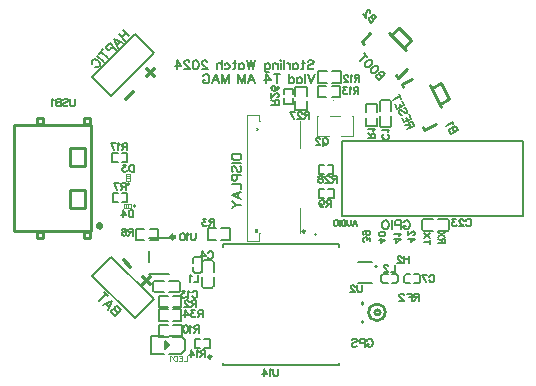
<source format=gbo>
G04 Layer: BottomSilkscreenLayer*
G04 Panelize: , Column: 1, Row: 1, Board Size: 43.14mm x 33.02mm, Panelized Board Size: 43.14mm x 33.02mm*
G04 EasyEDA v6.5.42, 2024-06-18 11:53:45*
G04 3ed26e891263433bbece19e77b9ceb9f,9a4ed40c0dd746429eaf55b84663d2fb,10*
G04 Gerber Generator version 0.2*
G04 Scale: 100 percent, Rotated: No, Reflected: No *
G04 Dimensions in millimeters *
G04 leading zeros omitted , absolute positions ,4 integer and 5 decimal *
%FSLAX45Y45*%
%MOMM*%

%ADD10C,0.1270*%
%ADD11C,0.1524*%
%ADD12C,0.3000*%
%ADD13C,0.1000*%
%ADD14C,0.1520*%
%ADD15C,0.0500*%
%ADD16C,0.2540*%
%ADD17C,0.1250*%
%ADD18C,0.0100*%
%ADD19C,0.1500*%
%ADD20C,0.2500*%
%ADD21C,0.0105*%

%LPD*%
D10*
X1209073Y-634337D02*
G01*
X1212253Y-627974D01*
X1218618Y-621609D01*
X1224981Y-618426D01*
X1237708Y-618426D01*
X1244071Y-621609D01*
X1250436Y-627974D01*
X1253616Y-634337D01*
X1256799Y-643882D01*
X1256799Y-659790D01*
X1253616Y-669335D01*
X1250436Y-675700D01*
X1244071Y-682063D01*
X1237708Y-685246D01*
X1224981Y-685246D01*
X1218618Y-682063D01*
X1212253Y-675700D01*
X1209073Y-669335D01*
X1209073Y-659790D01*
X1224981Y-659790D02*
G01*
X1209073Y-659790D01*
X1188072Y-618426D02*
G01*
X1188072Y-685246D01*
X1188072Y-618426D02*
G01*
X1159436Y-618426D01*
X1149891Y-621609D01*
X1146708Y-624791D01*
X1143528Y-631154D01*
X1143528Y-640699D01*
X1146708Y-647064D01*
X1149891Y-650245D01*
X1159436Y-653427D01*
X1188072Y-653427D01*
X1077981Y-627974D02*
G01*
X1084346Y-621609D01*
X1093891Y-618426D01*
X1106617Y-618426D01*
X1116162Y-621609D01*
X1122527Y-627974D01*
X1122527Y-634337D01*
X1119344Y-640699D01*
X1116162Y-643882D01*
X1109799Y-647064D01*
X1090709Y-653427D01*
X1084346Y-656610D01*
X1081163Y-659790D01*
X1077981Y-666155D01*
X1077981Y-675700D01*
X1084346Y-682063D01*
X1093891Y-685246D01*
X1106617Y-685246D01*
X1116162Y-682063D01*
X1122527Y-675700D01*
D11*
X1361099Y1620199D02*
G01*
X1313853Y1572953D01*
X1361099Y1620199D02*
G01*
X1340850Y1640448D01*
X1331851Y1644949D01*
X1327353Y1644949D01*
X1320601Y1642699D01*
X1316103Y1638200D01*
X1313853Y1631449D01*
X1313853Y1626951D01*
X1318351Y1617952D01*
X1338602Y1597703D02*
G01*
X1318351Y1617952D01*
X1309352Y1622450D01*
X1304853Y1622450D01*
X1298102Y1620199D01*
X1291353Y1613451D01*
X1289103Y1606702D01*
X1289103Y1602201D01*
X1293604Y1593202D01*
X1313853Y1572953D01*
X1301254Y1680047D02*
G01*
X1303502Y1673298D01*
X1303502Y1664299D01*
X1301254Y1657548D01*
X1296753Y1648548D01*
X1285504Y1637299D01*
X1276504Y1632800D01*
X1269756Y1630550D01*
X1260756Y1630550D01*
X1254005Y1632800D01*
X1245006Y1641800D01*
X1242755Y1648548D01*
X1242755Y1657548D01*
X1245006Y1664299D01*
X1249507Y1673298D01*
X1260756Y1684548D01*
X1269756Y1689046D01*
X1276504Y1691297D01*
X1285504Y1691297D01*
X1292252Y1689046D01*
X1301254Y1680047D01*
X1250406Y1730895D02*
G01*
X1252656Y1724144D01*
X1252656Y1715145D01*
X1250406Y1708396D01*
X1245905Y1699397D01*
X1234655Y1688147D01*
X1225656Y1683646D01*
X1218907Y1681398D01*
X1209908Y1681398D01*
X1203159Y1683646D01*
X1194158Y1692645D01*
X1191910Y1699397D01*
X1191910Y1708396D01*
X1194158Y1715145D01*
X1198659Y1724144D01*
X1209908Y1735394D01*
X1218907Y1739894D01*
X1225656Y1742145D01*
X1234655Y1742145D01*
X1241407Y1739894D01*
X1250406Y1730895D01*
X1197310Y1783991D02*
G01*
X1150061Y1736745D01*
X1213058Y1768243D02*
G01*
X1181559Y1799742D01*
D10*
X705378Y1728810D02*
G01*
X712650Y1736084D01*
X723559Y1739719D01*
X738106Y1739719D01*
X749015Y1736084D01*
X756287Y1728810D01*
X756287Y1721538D01*
X752650Y1714266D01*
X749015Y1710629D01*
X741740Y1706993D01*
X719924Y1699719D01*
X712650Y1696085D01*
X709015Y1692447D01*
X705378Y1685175D01*
X705378Y1674266D01*
X712650Y1666993D01*
X723559Y1663357D01*
X738106Y1663357D01*
X749015Y1666993D01*
X756287Y1674266D01*
X670468Y1739719D02*
G01*
X670468Y1677903D01*
X666833Y1666993D01*
X659559Y1663357D01*
X652287Y1663357D01*
X681377Y1714266D02*
G01*
X655924Y1714266D01*
X584652Y1714266D02*
G01*
X584652Y1663357D01*
X584652Y1703357D02*
G01*
X591924Y1710629D01*
X599196Y1714266D01*
X610105Y1714266D01*
X617377Y1710629D01*
X624652Y1703357D01*
X628287Y1692447D01*
X628287Y1685175D01*
X624652Y1674266D01*
X617377Y1666993D01*
X610105Y1663357D01*
X599196Y1663357D01*
X591924Y1666993D01*
X584652Y1674266D01*
X560651Y1714266D02*
G01*
X560651Y1663357D01*
X560651Y1692447D02*
G01*
X557014Y1703357D01*
X549742Y1710629D01*
X542470Y1714266D01*
X531561Y1714266D01*
X507560Y1739719D02*
G01*
X507560Y1663357D01*
X483560Y1739719D02*
G01*
X479925Y1736084D01*
X476288Y1739719D01*
X479925Y1743356D01*
X483560Y1739719D01*
X479925Y1714266D02*
G01*
X479925Y1663357D01*
X452288Y1714266D02*
G01*
X452288Y1663357D01*
X452288Y1699719D02*
G01*
X441378Y1710629D01*
X434106Y1714266D01*
X423197Y1714266D01*
X415925Y1710629D01*
X412288Y1699719D01*
X412288Y1663357D01*
X344652Y1714266D02*
G01*
X344652Y1656085D01*
X348288Y1645175D01*
X351924Y1641538D01*
X359196Y1637903D01*
X370105Y1637903D01*
X377377Y1641538D01*
X344652Y1703357D02*
G01*
X351924Y1710629D01*
X359196Y1714266D01*
X370105Y1714266D01*
X377377Y1710629D01*
X384652Y1703357D01*
X388288Y1692447D01*
X388288Y1685175D01*
X384652Y1674266D01*
X377377Y1666993D01*
X370105Y1663357D01*
X359196Y1663357D01*
X351924Y1666993D01*
X344652Y1674266D01*
X264652Y1739719D02*
G01*
X246471Y1663357D01*
X228287Y1739719D02*
G01*
X246471Y1663357D01*
X228287Y1739719D02*
G01*
X210106Y1663357D01*
X191924Y1739719D02*
G01*
X210106Y1663357D01*
X124289Y1714266D02*
G01*
X124289Y1663357D01*
X124289Y1703357D02*
G01*
X131561Y1710629D01*
X138833Y1714266D01*
X149743Y1714266D01*
X157015Y1710629D01*
X164288Y1703357D01*
X167924Y1692447D01*
X167924Y1685175D01*
X164288Y1674266D01*
X157015Y1666993D01*
X149743Y1663357D01*
X138833Y1663357D01*
X131561Y1666993D01*
X124289Y1674266D01*
X89380Y1739719D02*
G01*
X89380Y1677903D01*
X85742Y1666993D01*
X78470Y1663357D01*
X71198Y1663357D01*
X100289Y1714266D02*
G01*
X74833Y1714266D01*
X3561Y1703357D02*
G01*
X10835Y1710629D01*
X18107Y1714266D01*
X29016Y1714266D01*
X36288Y1710629D01*
X43561Y1703357D01*
X47198Y1692447D01*
X47198Y1685175D01*
X43561Y1674266D01*
X36288Y1666993D01*
X29016Y1663357D01*
X18107Y1663357D01*
X10835Y1666993D01*
X3561Y1674266D01*
X-20439Y1739719D02*
G01*
X-20439Y1663357D01*
X-20439Y1699719D02*
G01*
X-31346Y1710629D01*
X-38620Y1714266D01*
X-49529Y1714266D01*
X-56802Y1710629D01*
X-60439Y1699719D01*
X-60439Y1663357D01*
X-144073Y1721538D02*
G01*
X-144073Y1725175D01*
X-147711Y1732447D01*
X-151345Y1736084D01*
X-158620Y1739719D01*
X-173164Y1739719D01*
X-180439Y1736084D01*
X-184073Y1732447D01*
X-187711Y1725175D01*
X-187711Y1717903D01*
X-184073Y1710629D01*
X-176801Y1699719D01*
X-140439Y1663357D01*
X-191345Y1663357D01*
X-237164Y1739719D02*
G01*
X-226255Y1736084D01*
X-218983Y1725175D01*
X-215346Y1706993D01*
X-215346Y1696085D01*
X-218983Y1677903D01*
X-226255Y1666993D01*
X-237164Y1663357D01*
X-244436Y1663357D01*
X-255346Y1666993D01*
X-262620Y1677903D01*
X-266255Y1696085D01*
X-266255Y1706993D01*
X-262620Y1725175D01*
X-255346Y1736084D01*
X-244436Y1739719D01*
X-237164Y1739719D01*
X-293893Y1721538D02*
G01*
X-293893Y1725175D01*
X-297527Y1732447D01*
X-301165Y1736084D01*
X-308437Y1739719D01*
X-322983Y1739719D01*
X-330255Y1736084D01*
X-333893Y1732447D01*
X-337527Y1725175D01*
X-337527Y1717903D01*
X-333893Y1710629D01*
X-326618Y1699719D01*
X-290255Y1663357D01*
X-341165Y1663357D01*
X-401528Y1739719D02*
G01*
X-365165Y1688810D01*
X-419709Y1688810D01*
X-401528Y1739719D02*
G01*
X-401528Y1663357D01*
X766498Y1622422D02*
G01*
X737407Y1546059D01*
X708317Y1622422D02*
G01*
X737407Y1546059D01*
X684316Y1622422D02*
G01*
X684316Y1546059D01*
X616681Y1596969D02*
G01*
X616681Y1546059D01*
X616681Y1586059D02*
G01*
X623953Y1593331D01*
X631225Y1596969D01*
X642134Y1596969D01*
X649406Y1593331D01*
X656681Y1586059D01*
X660316Y1575150D01*
X660316Y1567878D01*
X656681Y1556969D01*
X649406Y1549696D01*
X642134Y1546059D01*
X631225Y1546059D01*
X623953Y1549696D01*
X616681Y1556969D01*
X549043Y1622422D02*
G01*
X549043Y1546059D01*
X549043Y1586059D02*
G01*
X556315Y1593331D01*
X563590Y1596969D01*
X574498Y1596969D01*
X581771Y1593331D01*
X589043Y1586059D01*
X592681Y1575150D01*
X592681Y1567878D01*
X589043Y1556969D01*
X581771Y1549696D01*
X574498Y1546059D01*
X563590Y1546059D01*
X556315Y1549696D01*
X549043Y1556969D01*
X443590Y1622422D02*
G01*
X443590Y1546059D01*
X469044Y1622422D02*
G01*
X418134Y1622422D01*
X357771Y1622422D02*
G01*
X394134Y1571513D01*
X339590Y1571513D01*
X357771Y1622422D02*
G01*
X357771Y1546059D01*
X230499Y1622422D02*
G01*
X259590Y1546059D01*
X230499Y1622422D02*
G01*
X201409Y1546059D01*
X248681Y1571513D02*
G01*
X212318Y1571513D01*
X177408Y1622422D02*
G01*
X177408Y1546059D01*
X177408Y1622422D02*
G01*
X148318Y1546059D01*
X119227Y1622422D02*
G01*
X148318Y1546059D01*
X119227Y1622422D02*
G01*
X119227Y1546059D01*
X39227Y1622422D02*
G01*
X39227Y1546059D01*
X39227Y1622422D02*
G01*
X10137Y1546059D01*
X-18953Y1622422D02*
G01*
X10137Y1546059D01*
X-18953Y1622422D02*
G01*
X-18953Y1546059D01*
X-72044Y1622422D02*
G01*
X-42953Y1546059D01*
X-72044Y1622422D02*
G01*
X-101135Y1546059D01*
X-53863Y1571513D02*
G01*
X-90228Y1571513D01*
X-179682Y1604241D02*
G01*
X-176044Y1611513D01*
X-168772Y1618787D01*
X-161500Y1622422D01*
X-146954Y1622422D01*
X-139682Y1618787D01*
X-132410Y1611513D01*
X-128772Y1604241D01*
X-125135Y1593331D01*
X-125135Y1575150D01*
X-128772Y1564241D01*
X-132410Y1556969D01*
X-139682Y1549696D01*
X-146954Y1546059D01*
X-161500Y1546059D01*
X-168772Y1549696D01*
X-176044Y1556969D01*
X-179682Y1564241D01*
X-179682Y1575150D01*
X-161500Y1575150D02*
G01*
X-179682Y1575150D01*
D11*
X1609732Y1185148D02*
G01*
X1549676Y1155857D01*
X1609732Y1185148D02*
G01*
X1597179Y1210886D01*
X1590136Y1218072D01*
X1585879Y1219537D01*
X1578767Y1219606D01*
X1573047Y1216817D01*
X1568724Y1211168D01*
X1567258Y1206914D01*
X1568582Y1196939D01*
X1581134Y1171201D01*
X1571370Y1191219D02*
G01*
X1530149Y1195895D01*
X1581000Y1244061D02*
G01*
X1520944Y1214770D01*
X1581000Y1244061D02*
G01*
X1562867Y1281239D01*
X1552402Y1230111D02*
G01*
X1541244Y1252989D01*
X1520944Y1214770D02*
G01*
X1502811Y1251945D01*
X1525557Y1335966D02*
G01*
X1534063Y1333035D01*
X1541109Y1325852D01*
X1546689Y1314411D01*
X1548013Y1304437D01*
X1545081Y1295928D01*
X1539364Y1293139D01*
X1532249Y1293207D01*
X1527992Y1294673D01*
X1522343Y1298999D01*
X1508257Y1313367D01*
X1502605Y1317693D01*
X1498353Y1319159D01*
X1491236Y1319227D01*
X1482658Y1315041D01*
X1479727Y1306535D01*
X1481053Y1296560D01*
X1486634Y1285120D01*
X1493674Y1277937D01*
X1502186Y1275006D01*
X1524929Y1359024D02*
G01*
X1464873Y1329733D01*
X1524929Y1359024D02*
G01*
X1506796Y1396202D01*
X1496331Y1345077D02*
G01*
X1485171Y1367955D01*
X1464873Y1329733D02*
G01*
X1446738Y1366911D01*
X1487827Y1435094D02*
G01*
X1427772Y1405806D01*
X1497589Y1415077D02*
G01*
X1478064Y1455112D01*
D10*
X1870443Y190799D02*
G01*
X1813168Y190799D01*
X1870443Y190799D02*
G01*
X1870443Y215346D01*
X1867715Y223527D01*
X1864987Y226253D01*
X1859534Y228980D01*
X1854078Y228980D01*
X1848624Y226253D01*
X1845896Y223527D01*
X1843168Y215346D01*
X1843168Y190799D01*
X1843168Y209890D02*
G01*
X1813168Y228980D01*
X1870443Y246981D02*
G01*
X1813168Y285163D01*
X1870443Y285163D02*
G01*
X1813168Y246981D01*
X1745343Y201190D02*
G01*
X1688068Y201190D01*
X1745343Y182100D02*
G01*
X1745343Y220281D01*
X1745343Y238282D02*
G01*
X1688068Y276463D01*
X1745343Y276463D02*
G01*
X1688068Y238282D01*
X1616341Y225272D02*
G01*
X1578160Y198000D01*
X1578160Y238909D01*
X1616341Y225272D02*
G01*
X1559067Y225272D01*
X1602704Y259636D02*
G01*
X1605432Y259636D01*
X1610885Y262364D01*
X1613613Y265092D01*
X1616341Y270545D01*
X1616341Y281454D01*
X1613613Y286910D01*
X1610885Y289636D01*
X1605432Y292364D01*
X1599976Y292364D01*
X1594523Y289636D01*
X1586341Y284182D01*
X1559067Y256910D01*
X1559067Y295092D01*
X1493039Y223474D02*
G01*
X1454858Y196202D01*
X1454858Y237111D01*
X1493039Y223474D02*
G01*
X1435765Y223474D01*
X1482130Y255112D02*
G01*
X1484858Y260565D01*
X1493039Y268747D01*
X1435765Y268747D01*
X1364340Y219870D02*
G01*
X1326159Y192598D01*
X1326159Y233507D01*
X1364340Y219870D02*
G01*
X1307066Y219870D01*
X1364340Y267870D02*
G01*
X1361612Y259689D01*
X1353431Y254233D01*
X1339794Y251508D01*
X1331612Y251508D01*
X1317975Y254233D01*
X1309794Y259689D01*
X1307066Y267870D01*
X1307066Y273324D01*
X1309794Y281508D01*
X1317975Y286961D01*
X1331612Y289689D01*
X1339794Y289689D01*
X1353431Y286961D01*
X1361612Y281508D01*
X1364340Y273324D01*
X1364340Y267870D01*
X1233540Y208854D02*
G01*
X1233540Y238853D01*
X1211722Y222491D01*
X1211722Y230672D01*
X1208994Y236128D01*
X1206266Y238853D01*
X1198084Y241581D01*
X1192631Y241581D01*
X1184450Y238853D01*
X1178994Y233400D01*
X1176266Y225219D01*
X1176266Y217037D01*
X1178994Y208854D01*
X1181722Y206128D01*
X1187175Y203400D01*
X1214450Y295036D02*
G01*
X1206266Y292310D01*
X1200812Y286854D01*
X1198084Y278673D01*
X1198084Y275945D01*
X1200812Y267764D01*
X1206266Y262310D01*
X1214450Y259582D01*
X1217175Y259582D01*
X1225359Y262310D01*
X1230812Y267764D01*
X1233540Y275945D01*
X1233540Y278673D01*
X1230812Y286854D01*
X1225359Y292310D01*
X1214450Y295036D01*
X1200812Y295036D01*
X1187175Y292310D01*
X1178994Y286854D01*
X1176266Y278673D01*
X1176266Y273217D01*
X1178994Y265036D01*
X1184450Y262310D01*
D12*
X-686389Y-155605D02*
G01*
X-628535Y-97751D01*
X-686389Y-97751D02*
G01*
X-628535Y-155605D01*
X-851595Y49077D02*
G01*
X-793742Y-8775D01*
X-592294Y1604403D02*
G01*
X-650148Y1662264D01*
X-650148Y1604403D02*
G01*
X-592294Y1662264D01*
X-829995Y1416400D02*
G01*
X-772142Y1474251D01*
D11*
X1517449Y367644D02*
G01*
X1521086Y374916D01*
X1528358Y382191D01*
X1535633Y385826D01*
X1550177Y385826D01*
X1557449Y382191D01*
X1564723Y374916D01*
X1568358Y367644D01*
X1571995Y356735D01*
X1571995Y338554D01*
X1568358Y327644D01*
X1564723Y320372D01*
X1557449Y313100D01*
X1550177Y309463D01*
X1535633Y309463D01*
X1528358Y313100D01*
X1521086Y320372D01*
X1517449Y327644D01*
X1517449Y338554D01*
X1535633Y338554D02*
G01*
X1517449Y338554D01*
X1493451Y385826D02*
G01*
X1493451Y309463D01*
X1493451Y385826D02*
G01*
X1460723Y385826D01*
X1449814Y382191D01*
X1446176Y378553D01*
X1442542Y371281D01*
X1442542Y360372D01*
X1446176Y353100D01*
X1449814Y349463D01*
X1460723Y345826D01*
X1493451Y345826D01*
X1418541Y385826D02*
G01*
X1418541Y309463D01*
X1372722Y385826D02*
G01*
X1379997Y382191D01*
X1387269Y374916D01*
X1390906Y367644D01*
X1394541Y356735D01*
X1394541Y338554D01*
X1390906Y327644D01*
X1387269Y320372D01*
X1379997Y313100D01*
X1372722Y309463D01*
X1358178Y309463D01*
X1350906Y313100D01*
X1343632Y320372D01*
X1339997Y327644D01*
X1336360Y338554D01*
X1336360Y356735D01*
X1339997Y367644D01*
X1343632Y374916D01*
X1350906Y382191D01*
X1358178Y385826D01*
X1372722Y385826D01*
D10*
X1566064Y83169D02*
G01*
X1566064Y22557D01*
X1525656Y83169D02*
G01*
X1525656Y22557D01*
X1566064Y54307D02*
G01*
X1525656Y54307D01*
X1503720Y68737D02*
G01*
X1503720Y71625D01*
X1500832Y77398D01*
X1497947Y80284D01*
X1492173Y83169D01*
X1480629Y83169D01*
X1474856Y80284D01*
X1471970Y77398D01*
X1469082Y71625D01*
X1469082Y65852D01*
X1471970Y60078D01*
X1477741Y51419D01*
X1506606Y22557D01*
X1466197Y22557D01*
D11*
X-874740Y-370763D02*
G01*
X-928735Y-424759D01*
X-874740Y-370763D02*
G01*
X-897879Y-347621D01*
X-908166Y-342478D01*
X-913307Y-342478D01*
X-921021Y-345048D01*
X-926165Y-350192D01*
X-928735Y-357906D01*
X-928735Y-363049D01*
X-923594Y-373334D01*
X-900452Y-396476D02*
G01*
X-923594Y-373334D01*
X-933879Y-368190D01*
X-939020Y-368190D01*
X-946734Y-370763D01*
X-954448Y-378475D01*
X-957021Y-386189D01*
X-957021Y-391332D01*
X-951877Y-401617D01*
X-928735Y-424759D01*
X-948278Y-297223D02*
G01*
X-981704Y-371789D01*
X-948278Y-297223D02*
G01*
X-1022845Y-330649D01*
X-971420Y-346077D02*
G01*
X-997132Y-320365D01*
X-1003818Y-241683D02*
G01*
X-1057816Y-295681D01*
X-985819Y-259681D02*
G01*
X-1021816Y-223685D01*
X-858677Y1995678D02*
G01*
X-804682Y1941682D01*
X-894676Y1959681D02*
G01*
X-840679Y1905683D01*
X-832965Y1969965D02*
G01*
X-868964Y1933968D01*
X-932218Y1922139D02*
G01*
X-857651Y1888713D01*
X-932218Y1922139D02*
G01*
X-898791Y1847573D01*
X-883363Y1898997D02*
G01*
X-909076Y1873285D01*
X-969759Y1884598D02*
G01*
X-915761Y1830603D01*
X-969759Y1884598D02*
G01*
X-992901Y1861456D01*
X-998042Y1851172D01*
X-998042Y1846028D01*
X-995471Y1838317D01*
X-987757Y1830603D01*
X-980043Y1828030D01*
X-974900Y1828030D01*
X-964615Y1833173D01*
X-941473Y1856315D01*
X-1040726Y1813631D02*
G01*
X-986729Y1759635D01*
X-1022728Y1831629D02*
G01*
X-1058725Y1795632D01*
X-1075695Y1778662D02*
G01*
X-1021699Y1724665D01*
X-1118379Y1710265D02*
G01*
X-1120950Y1717979D01*
X-1120950Y1728264D01*
X-1118379Y1735978D01*
X-1108095Y1746262D01*
X-1100381Y1748835D01*
X-1090094Y1748835D01*
X-1082380Y1746262D01*
X-1072095Y1741121D01*
X-1059238Y1728264D01*
X-1054097Y1717979D01*
X-1051524Y1710265D01*
X-1051524Y1699981D01*
X-1054097Y1692267D01*
X-1064381Y1681980D01*
X-1072095Y1679409D01*
X-1082380Y1679409D01*
X-1090094Y1681980D01*
D10*
X-1264079Y1412072D02*
G01*
X-1264079Y1368778D01*
X-1266964Y1360119D01*
X-1272738Y1354345D01*
X-1281396Y1351460D01*
X-1287170Y1351460D01*
X-1295829Y1354345D01*
X-1301602Y1360119D01*
X-1304488Y1368778D01*
X-1304488Y1412072D01*
X-1363946Y1403413D02*
G01*
X-1358173Y1409186D01*
X-1349514Y1412072D01*
X-1337970Y1412072D01*
X-1329311Y1409186D01*
X-1323538Y1403413D01*
X-1323538Y1397640D01*
X-1326423Y1391869D01*
X-1329311Y1388981D01*
X-1335084Y1386095D01*
X-1352402Y1380322D01*
X-1358173Y1377436D01*
X-1361061Y1374551D01*
X-1363946Y1368778D01*
X-1363946Y1360119D01*
X-1358173Y1354345D01*
X-1349514Y1351460D01*
X-1337970Y1351460D01*
X-1329311Y1354345D01*
X-1323538Y1360119D01*
X-1382996Y1412072D02*
G01*
X-1382996Y1351460D01*
X-1382996Y1412072D02*
G01*
X-1408973Y1412072D01*
X-1417634Y1409186D01*
X-1420520Y1406301D01*
X-1423405Y1400528D01*
X-1423405Y1394754D01*
X-1420520Y1388981D01*
X-1417634Y1386095D01*
X-1408973Y1383210D01*
X-1382996Y1383210D02*
G01*
X-1408973Y1383210D01*
X-1417634Y1380322D01*
X-1420520Y1377436D01*
X-1423405Y1371663D01*
X-1423405Y1363004D01*
X-1420520Y1357231D01*
X-1417634Y1354345D01*
X-1408973Y1351460D01*
X-1382996Y1351460D01*
X-1442455Y1400528D02*
G01*
X-1448229Y1403413D01*
X-1456888Y1412072D01*
X-1456888Y1351460D01*
D11*
X1105616Y388553D02*
G01*
X1123797Y340827D01*
X1105616Y388553D02*
G01*
X1087434Y340827D01*
X1116980Y356735D02*
G01*
X1094252Y356735D01*
X1072433Y388553D02*
G01*
X1072433Y354462D01*
X1070160Y347644D01*
X1065616Y343098D01*
X1058799Y340827D01*
X1054252Y340827D01*
X1047435Y343098D01*
X1042888Y347644D01*
X1040615Y354462D01*
X1040615Y388553D01*
X1025616Y388553D02*
G01*
X1025616Y340827D01*
X1025616Y388553D02*
G01*
X1009705Y388553D01*
X1002888Y386280D01*
X998344Y381736D01*
X996071Y377189D01*
X993797Y370372D01*
X993797Y359008D01*
X996071Y352191D01*
X998344Y347644D01*
X1002888Y343098D01*
X1009705Y340827D01*
X1025616Y340827D01*
X978799Y388553D02*
G01*
X978799Y340827D01*
X950160Y388553D02*
G01*
X954707Y386280D01*
X959251Y381736D01*
X961524Y377189D01*
X963797Y370372D01*
X963797Y359008D01*
X961524Y352191D01*
X959251Y347644D01*
X954707Y343098D01*
X950160Y340827D01*
X941070Y340827D01*
X936525Y343098D01*
X931979Y347644D01*
X929706Y352191D01*
X927435Y359008D01*
X927435Y370372D01*
X929706Y377189D01*
X931979Y381736D01*
X936525Y386280D01*
X941070Y388553D01*
X950160Y388553D01*
D10*
X-237289Y-292011D02*
G01*
X-237289Y-352623D01*
X-237289Y-292011D02*
G01*
X-263265Y-292011D01*
X-271924Y-294896D01*
X-274812Y-297781D01*
X-277698Y-303555D01*
X-277698Y-309328D01*
X-274812Y-315102D01*
X-271924Y-317987D01*
X-263265Y-320873D01*
X-237289Y-320873D01*
X-257495Y-320873D02*
G01*
X-277698Y-352623D01*
X-299633Y-306443D02*
G01*
X-299633Y-303555D01*
X-302521Y-297781D01*
X-305407Y-294896D01*
X-311180Y-292011D01*
X-322724Y-292011D01*
X-328498Y-294896D01*
X-331383Y-297781D01*
X-334271Y-303555D01*
X-334271Y-309328D01*
X-331383Y-315102D01*
X-325612Y-323761D01*
X-296748Y-352623D01*
X-337157Y-352623D01*
X-182999Y-376001D02*
G01*
X-182999Y-436613D01*
X-182999Y-376001D02*
G01*
X-208975Y-376001D01*
X-217634Y-378886D01*
X-220522Y-381772D01*
X-223408Y-387545D01*
X-223408Y-393319D01*
X-220522Y-399092D01*
X-217634Y-401977D01*
X-208975Y-404863D01*
X-182999Y-404863D01*
X-203205Y-404863D02*
G01*
X-223408Y-436613D01*
X-248231Y-376001D02*
G01*
X-279981Y-376001D01*
X-262663Y-399092D01*
X-271322Y-399092D01*
X-277093Y-401977D01*
X-279981Y-404863D01*
X-282867Y-413522D01*
X-282867Y-419295D01*
X-279981Y-427954D01*
X-274208Y-433727D01*
X-265549Y-436613D01*
X-256890Y-436613D01*
X-248231Y-433727D01*
X-245343Y-430842D01*
X-242458Y-425069D01*
X-330781Y-376001D02*
G01*
X-301917Y-416410D01*
X-345213Y-416410D01*
X-330781Y-376001D02*
G01*
X-330781Y-436613D01*
X861235Y1084254D02*
G01*
X866960Y1081389D01*
X872688Y1075662D01*
X875553Y1069936D01*
X878415Y1061344D01*
X878415Y1047026D01*
X875553Y1038435D01*
X872688Y1032708D01*
X866960Y1026980D01*
X861235Y1024117D01*
X849779Y1024117D01*
X844052Y1026980D01*
X838324Y1032708D01*
X835461Y1038435D01*
X832596Y1047026D01*
X832596Y1061344D01*
X835461Y1069936D01*
X838324Y1075662D01*
X844052Y1081389D01*
X849779Y1084254D01*
X861235Y1084254D01*
X852642Y1035573D02*
G01*
X835461Y1018390D01*
X810834Y1069936D02*
G01*
X810834Y1072799D01*
X807971Y1078527D01*
X805106Y1081389D01*
X799378Y1084254D01*
X787925Y1084254D01*
X782198Y1081389D01*
X779332Y1078527D01*
X776470Y1072799D01*
X776470Y1067071D01*
X779332Y1061344D01*
X785060Y1052753D01*
X813696Y1024117D01*
X773607Y1024117D01*
X903759Y556011D02*
G01*
X903759Y495399D01*
X903759Y556011D02*
G01*
X877783Y556011D01*
X869124Y553125D01*
X866236Y550240D01*
X863351Y544466D01*
X863351Y538693D01*
X866236Y532919D01*
X869124Y530034D01*
X877783Y527149D01*
X903759Y527149D01*
X883554Y527149D02*
G01*
X863351Y495399D01*
X806777Y535807D02*
G01*
X809665Y527149D01*
X815436Y521375D01*
X824095Y518490D01*
X826983Y518490D01*
X835642Y521375D01*
X841415Y527149D01*
X844301Y535807D01*
X844301Y538693D01*
X841415Y547352D01*
X835642Y553125D01*
X826983Y556011D01*
X824095Y556011D01*
X815436Y553125D01*
X809665Y547352D01*
X806777Y535807D01*
X806777Y521375D01*
X809665Y506943D01*
X815436Y498284D01*
X824095Y495399D01*
X829868Y495399D01*
X838527Y498284D01*
X841415Y504057D01*
X460110Y1365214D02*
G01*
X399498Y1365214D01*
X460110Y1365214D02*
G01*
X460110Y1391191D01*
X457225Y1399849D01*
X454339Y1402737D01*
X448566Y1405623D01*
X442793Y1405623D01*
X437019Y1402737D01*
X434134Y1399849D01*
X431248Y1391191D01*
X431248Y1365214D01*
X431248Y1385420D02*
G01*
X399498Y1405623D01*
X445678Y1427558D02*
G01*
X448566Y1427558D01*
X454339Y1430446D01*
X457225Y1433332D01*
X460110Y1439105D01*
X460110Y1450649D01*
X457225Y1456423D01*
X454339Y1459308D01*
X448566Y1462196D01*
X442793Y1462196D01*
X437019Y1459308D01*
X428360Y1453537D01*
X399498Y1424673D01*
X399498Y1465082D01*
X451451Y1518770D02*
G01*
X457225Y1515882D01*
X460110Y1507223D01*
X460110Y1501449D01*
X457225Y1492791D01*
X448566Y1487020D01*
X434134Y1484132D01*
X419701Y1484132D01*
X408157Y1487020D01*
X402384Y1492791D01*
X399498Y1501449D01*
X399498Y1504337D01*
X402384Y1512996D01*
X408157Y1518770D01*
X416816Y1521655D01*
X419701Y1521655D01*
X428360Y1518770D01*
X434134Y1512996D01*
X437019Y1504337D01*
X437019Y1501449D01*
X434134Y1492791D01*
X428360Y1487020D01*
X419701Y1484132D01*
X954298Y763676D02*
G01*
X954298Y703064D01*
X954298Y763676D02*
G01*
X928321Y763676D01*
X919662Y760790D01*
X916774Y757905D01*
X913889Y752132D01*
X913889Y746358D01*
X916774Y740585D01*
X919662Y737699D01*
X928321Y734814D01*
X954298Y734814D01*
X934092Y734814D02*
G01*
X913889Y703064D01*
X891954Y749244D02*
G01*
X891954Y752132D01*
X889066Y757905D01*
X886180Y760790D01*
X880407Y763676D01*
X868862Y763676D01*
X863089Y760790D01*
X860204Y757905D01*
X857316Y752132D01*
X857316Y746358D01*
X860204Y740585D01*
X865974Y731926D01*
X894839Y703064D01*
X854430Y703064D01*
X820948Y763676D02*
G01*
X829607Y760790D01*
X832492Y755017D01*
X832492Y749244D01*
X829607Y743473D01*
X823833Y740585D01*
X812289Y737699D01*
X803630Y734814D01*
X797857Y729040D01*
X794971Y723267D01*
X794971Y714608D01*
X797857Y708835D01*
X800742Y705949D01*
X809404Y703064D01*
X820948Y703064D01*
X829607Y705949D01*
X832492Y708835D01*
X835380Y714608D01*
X835380Y723267D01*
X832492Y729040D01*
X826721Y734814D01*
X818062Y737699D01*
X806516Y740585D01*
X800742Y743473D01*
X797857Y749244D01*
X797857Y755017D01*
X800742Y760790D01*
X809404Y763676D01*
X820948Y763676D01*
X-764791Y856300D02*
G01*
X-764791Y796163D01*
X-764791Y856300D02*
G01*
X-784837Y856300D01*
X-793427Y853434D01*
X-799155Y847707D01*
X-802017Y841982D01*
X-804882Y833389D01*
X-804882Y819071D01*
X-802017Y810480D01*
X-799155Y804753D01*
X-793427Y799026D01*
X-784837Y796163D01*
X-764791Y796163D01*
X-829510Y856300D02*
G01*
X-861009Y856300D01*
X-843828Y833389D01*
X-852418Y833389D01*
X-858146Y830526D01*
X-861009Y827661D01*
X-863874Y819071D01*
X-863874Y813343D01*
X-861009Y804753D01*
X-855281Y799026D01*
X-846691Y796163D01*
X-838100Y796163D01*
X-829510Y799026D01*
X-826645Y801890D01*
X-823782Y807618D01*
X-769312Y473445D02*
G01*
X-769312Y413308D01*
X-769312Y473445D02*
G01*
X-789358Y473445D01*
X-797948Y470580D01*
X-803676Y464853D01*
X-806538Y459127D01*
X-809404Y450535D01*
X-809404Y436217D01*
X-806538Y427626D01*
X-803676Y421899D01*
X-797948Y416172D01*
X-789358Y413308D01*
X-769312Y413308D01*
X-856940Y473445D02*
G01*
X-828304Y433354D01*
X-871258Y433354D01*
X-856940Y473445D02*
G01*
X-856940Y413308D01*
D13*
X-311099Y-760442D02*
G01*
X-311099Y-808169D01*
X-311099Y-808169D02*
G01*
X-338371Y-808169D01*
X-353372Y-760442D02*
G01*
X-353372Y-808169D01*
X-353372Y-760442D02*
G01*
X-382917Y-760442D01*
X-353372Y-783170D02*
G01*
X-371553Y-783170D01*
X-353372Y-808169D02*
G01*
X-382917Y-808169D01*
X-397916Y-760442D02*
G01*
X-397916Y-808169D01*
X-397916Y-760442D02*
G01*
X-413826Y-760442D01*
X-420644Y-762716D01*
X-425190Y-767260D01*
X-427461Y-771806D01*
X-429734Y-778624D01*
X-429734Y-789988D01*
X-427461Y-796805D01*
X-425190Y-801352D01*
X-420644Y-805898D01*
X-413826Y-808169D01*
X-397916Y-808169D01*
X-444736Y-769533D02*
G01*
X-449280Y-767260D01*
X-456097Y-760442D01*
X-456097Y-808169D01*
D10*
X-240362Y274921D02*
G01*
X-240362Y231487D01*
X-243156Y222851D01*
X-248998Y217263D01*
X-257634Y214215D01*
X-263476Y214215D01*
X-272112Y217263D01*
X-277700Y222851D01*
X-280748Y231487D01*
X-280748Y274921D01*
X-299798Y263237D02*
G01*
X-305640Y266285D01*
X-314276Y274921D01*
X-314276Y214215D01*
X-350598Y274921D02*
G01*
X-341962Y272127D01*
X-336120Y263237D01*
X-333326Y249013D01*
X-333326Y240377D01*
X-336120Y225899D01*
X-341962Y217263D01*
X-350598Y214215D01*
X-356440Y214215D01*
X-365076Y217263D01*
X-370664Y225899D01*
X-373712Y240377D01*
X-373712Y249013D01*
X-370664Y263237D01*
X-365076Y272127D01*
X-356440Y274921D01*
X-350598Y274921D01*
X-834735Y700145D02*
G01*
X-834735Y639533D01*
X-834735Y700145D02*
G01*
X-860712Y700145D01*
X-869370Y697260D01*
X-872258Y694375D01*
X-875144Y688601D01*
X-875144Y682828D01*
X-872258Y677054D01*
X-869370Y674169D01*
X-860712Y671283D01*
X-834735Y671283D01*
X-854941Y671283D02*
G01*
X-875144Y639533D01*
X-934603Y700145D02*
G01*
X-905741Y639533D01*
X-894194Y700145D02*
G01*
X-934603Y700145D01*
X-825649Y1037269D02*
G01*
X-825649Y976657D01*
X-825649Y1037269D02*
G01*
X-851626Y1037269D01*
X-860285Y1034384D01*
X-863173Y1031499D01*
X-866058Y1025725D01*
X-866058Y1019952D01*
X-863173Y1014178D01*
X-860285Y1011293D01*
X-851626Y1008407D01*
X-825649Y1008407D01*
X-845855Y1008407D02*
G01*
X-866058Y976657D01*
X-885108Y1025725D02*
G01*
X-890882Y1028611D01*
X-899540Y1037269D01*
X-899540Y976657D01*
X-958999Y1037269D02*
G01*
X-930135Y976657D01*
X-918590Y1037269D02*
G01*
X-958999Y1037269D01*
D14*
X65402Y944059D02*
G01*
X141765Y944059D01*
X65402Y944059D02*
G01*
X65402Y918606D01*
X69037Y907696D01*
X76311Y900422D01*
X83583Y896787D01*
X94493Y893150D01*
X112674Y893150D01*
X123583Y896787D01*
X130855Y900422D01*
X138127Y907696D01*
X141765Y918606D01*
X141765Y944059D01*
X65402Y869149D02*
G01*
X141765Y869149D01*
X76311Y794242D02*
G01*
X69037Y801514D01*
X65402Y812424D01*
X65402Y826968D01*
X69037Y837877D01*
X76311Y845149D01*
X83583Y845149D01*
X90855Y841514D01*
X94493Y837877D01*
X98128Y830605D01*
X105402Y808786D01*
X109037Y801514D01*
X112674Y797877D01*
X119946Y794242D01*
X130855Y794242D01*
X138127Y801514D01*
X141765Y812424D01*
X141765Y826968D01*
X138127Y837877D01*
X130855Y845149D01*
X65402Y770242D02*
G01*
X141765Y770242D01*
X65402Y770242D02*
G01*
X65402Y737514D01*
X69037Y726605D01*
X72674Y722970D01*
X79946Y719333D01*
X90855Y719333D01*
X98128Y722970D01*
X101765Y726605D01*
X105402Y737514D01*
X105402Y770242D01*
X65402Y695332D02*
G01*
X141765Y695332D01*
X141765Y695332D02*
G01*
X141765Y651695D01*
X65402Y598606D02*
G01*
X141765Y627697D01*
X65402Y598606D02*
G01*
X141765Y569513D01*
X116311Y616788D02*
G01*
X116311Y580423D01*
X65402Y545515D02*
G01*
X101765Y516425D01*
X141765Y516425D01*
X65402Y487332D02*
G01*
X101765Y516425D01*
D13*
X277101Y283809D02*
G01*
X258051Y296509D01*
X277101Y296509D02*
G01*
X258051Y283809D01*
X277101Y302605D02*
G01*
X258051Y315305D01*
X277101Y315305D02*
G01*
X258051Y302605D01*
D15*
X287007Y1161115D02*
G01*
X267957Y1153749D01*
X287007Y1161115D02*
G01*
X267957Y1168481D01*
X274307Y1156543D02*
G01*
X274307Y1165687D01*
D10*
X457456Y-872916D02*
G01*
X457459Y-916211D01*
X454571Y-924869D01*
X448797Y-930643D01*
X440138Y-933531D01*
X434365Y-933528D01*
X425706Y-930643D01*
X419933Y-924869D01*
X417047Y-916211D01*
X417047Y-872916D01*
X397997Y-884461D02*
G01*
X392224Y-881573D01*
X383565Y-872916D01*
X383565Y-933528D01*
X335650Y-872916D02*
G01*
X364515Y-913325D01*
X321221Y-913325D01*
X335650Y-872916D02*
G01*
X335650Y-933528D01*
X1652524Y-235412D02*
G01*
X1652524Y-302232D01*
X1652524Y-235412D02*
G01*
X1623888Y-235412D01*
X1614342Y-238594D01*
X1611160Y-241777D01*
X1607977Y-248140D01*
X1607977Y-254505D01*
X1611160Y-260868D01*
X1614342Y-264050D01*
X1623888Y-267230D01*
X1652524Y-267230D01*
X1630250Y-267230D02*
G01*
X1607977Y-302232D01*
X1586979Y-235412D02*
G01*
X1586979Y-302232D01*
X1586979Y-235412D02*
G01*
X1545615Y-235412D01*
X1586979Y-267230D02*
G01*
X1561523Y-267230D01*
X1521434Y-251322D02*
G01*
X1521434Y-248140D01*
X1518251Y-241777D01*
X1515069Y-238594D01*
X1508706Y-235412D01*
X1495978Y-235412D01*
X1489616Y-238594D01*
X1486433Y-241777D01*
X1483250Y-248140D01*
X1483250Y-254505D01*
X1486433Y-260868D01*
X1492796Y-270413D01*
X1524614Y-302232D01*
X1480070Y-302232D01*
X1166855Y-165788D02*
G01*
X1166855Y-208744D01*
X1163993Y-217335D01*
X1158265Y-223062D01*
X1149675Y-225925D01*
X1143947Y-225925D01*
X1135354Y-223062D01*
X1129629Y-217335D01*
X1126764Y-208744D01*
X1126764Y-165788D01*
X1105001Y-180106D02*
G01*
X1105001Y-177243D01*
X1102136Y-171516D01*
X1099273Y-168653D01*
X1093546Y-165788D01*
X1082093Y-165788D01*
X1076365Y-168653D01*
X1073500Y-171516D01*
X1070637Y-177243D01*
X1070637Y-182971D01*
X1073500Y-188699D01*
X1079228Y-197289D01*
X1107864Y-225925D01*
X1067772Y-225925D01*
X1443667Y9773D02*
G01*
X1443667Y-50363D01*
X1443667Y-50363D02*
G01*
X1409303Y-50363D01*
X1387541Y-4544D02*
G01*
X1387541Y-1681D01*
X1384675Y4046D01*
X1381813Y6908D01*
X1376085Y9773D01*
X1364630Y9773D01*
X1358905Y6908D01*
X1356039Y4046D01*
X1353177Y-1681D01*
X1353177Y-7409D01*
X1356039Y-13136D01*
X1361767Y-21727D01*
X1390403Y-50363D01*
X1350312Y-50363D01*
X1143767Y1616905D02*
G01*
X1143767Y1556293D01*
X1143767Y1616905D02*
G01*
X1117790Y1616905D01*
X1109131Y1614020D01*
X1106243Y1611132D01*
X1103358Y1605361D01*
X1103358Y1599587D01*
X1106243Y1593814D01*
X1109131Y1590929D01*
X1117790Y1588043D01*
X1143767Y1588043D01*
X1123561Y1588043D02*
G01*
X1103358Y1556293D01*
X1084308Y1605361D02*
G01*
X1078534Y1608246D01*
X1069875Y1616905D01*
X1069875Y1556293D01*
X1047940Y1602473D02*
G01*
X1047940Y1605361D01*
X1045052Y1611132D01*
X1042167Y1614020D01*
X1036393Y1616905D01*
X1024849Y1616905D01*
X1019075Y1614020D01*
X1016190Y1611132D01*
X1013302Y1605361D01*
X1013302Y1599587D01*
X1016190Y1593814D01*
X1021963Y1585155D01*
X1050825Y1556293D01*
X1010417Y1556293D01*
X2047999Y382371D02*
G01*
X2050884Y388145D01*
X2056658Y393918D01*
X2062429Y396803D01*
X2073976Y396803D01*
X2079749Y393918D01*
X2085520Y388145D01*
X2088408Y382371D01*
X2091293Y373712D01*
X2091293Y359282D01*
X2088408Y350621D01*
X2085520Y344850D01*
X2079749Y339077D01*
X2073976Y336191D01*
X2062429Y336191D01*
X2056658Y339077D01*
X2050884Y344850D01*
X2047999Y350621D01*
X2026061Y382371D02*
G01*
X2026061Y385259D01*
X2023176Y391032D01*
X2020288Y393918D01*
X2014517Y396803D01*
X2002970Y396803D01*
X1997199Y393918D01*
X1994311Y391032D01*
X1991426Y385259D01*
X1991426Y379486D01*
X1994311Y373712D01*
X2000084Y365053D01*
X2028949Y336191D01*
X1988538Y336191D01*
X1963717Y396803D02*
G01*
X1931967Y396803D01*
X1949284Y373712D01*
X1940626Y373712D01*
X1934852Y370827D01*
X1931967Y367941D01*
X1929079Y359282D01*
X1929079Y353509D01*
X1931967Y344850D01*
X1937738Y339077D01*
X1946399Y336191D01*
X1955058Y336191D01*
X1963717Y339077D01*
X1966602Y341962D01*
X1969488Y347736D01*
X-139306Y107551D02*
G01*
X-136420Y113324D01*
X-130647Y119098D01*
X-124876Y121983D01*
X-113329Y121983D01*
X-107556Y119098D01*
X-101785Y113324D01*
X-98897Y107551D01*
X-96011Y98892D01*
X-96011Y84462D01*
X-98897Y75801D01*
X-101785Y70030D01*
X-107556Y64256D01*
X-113329Y61371D01*
X-124876Y61371D01*
X-130647Y64256D01*
X-136420Y70030D01*
X-139306Y75801D01*
X-187220Y121983D02*
G01*
X-158356Y81574D01*
X-201653Y81574D01*
X-187220Y121983D02*
G01*
X-187220Y61371D01*
X1736483Y-91051D02*
G01*
X1739369Y-85277D01*
X1745142Y-79504D01*
X1750913Y-76619D01*
X1762460Y-76619D01*
X1768233Y-79504D01*
X1774004Y-85277D01*
X1776892Y-91051D01*
X1779777Y-99710D01*
X1779777Y-114139D01*
X1776892Y-122801D01*
X1774004Y-128572D01*
X1768233Y-134345D01*
X1762460Y-137231D01*
X1750913Y-137231D01*
X1745142Y-134345D01*
X1739369Y-128572D01*
X1736483Y-122801D01*
X1677022Y-76619D02*
G01*
X1705886Y-137231D01*
X1717433Y-76619D02*
G01*
X1677022Y-76619D01*
X-270395Y-224848D02*
G01*
X-267507Y-219075D01*
X-261736Y-213301D01*
X-255963Y-210418D01*
X-244419Y-210418D01*
X-238643Y-213304D01*
X-232872Y-219077D01*
X-229984Y-224850D01*
X-227098Y-233509D01*
X-227098Y-247939D01*
X-229984Y-256600D01*
X-232872Y-262371D01*
X-238643Y-268145D01*
X-244416Y-271028D01*
X-255965Y-271028D01*
X-261734Y-268145D01*
X-267507Y-262371D01*
X-270395Y-256600D01*
X-289443Y-221960D02*
G01*
X-295216Y-219077D01*
X-303875Y-210418D01*
X-303875Y-271028D01*
X-328698Y-210418D02*
G01*
X-360451Y-210418D01*
X-343133Y-233507D01*
X-351790Y-233507D01*
X-357563Y-236395D01*
X-360448Y-239278D01*
X-363334Y-247937D01*
X-363336Y-253712D01*
X-360451Y-262371D01*
X-354675Y-268145D01*
X-346016Y-271030D01*
X-337357Y-271028D01*
X-328698Y-268142D01*
X-325815Y-265259D01*
X-322925Y-259483D01*
X-160512Y-715627D02*
G01*
X-160512Y-776239D01*
X-160512Y-715627D02*
G01*
X-186489Y-715627D01*
X-195148Y-718512D01*
X-198036Y-721398D01*
X-200921Y-727171D01*
X-200921Y-732944D01*
X-198036Y-738718D01*
X-195148Y-741603D01*
X-186489Y-744489D01*
X-160512Y-744489D01*
X-180718Y-744489D02*
G01*
X-200921Y-776239D01*
X-219971Y-727171D02*
G01*
X-225745Y-724286D01*
X-234403Y-715627D01*
X-234403Y-776239D01*
X-282318Y-715627D02*
G01*
X-253453Y-756036D01*
X-296748Y-756036D01*
X-282318Y-715627D02*
G01*
X-282318Y-776239D01*
X-219900Y-76301D02*
G01*
X-219900Y-136913D01*
X-219900Y-136913D02*
G01*
X-254535Y-136913D01*
X-273585Y-87845D02*
G01*
X-279359Y-84960D01*
X-288018Y-76301D01*
X-288018Y-136913D01*
X-85854Y397583D02*
G01*
X-85852Y336971D01*
X-85854Y397583D02*
G01*
X-111828Y397586D01*
X-120489Y394698D01*
X-123375Y391812D01*
X-126263Y386039D01*
X-126260Y380265D01*
X-123375Y374492D01*
X-120487Y371607D01*
X-111828Y368721D01*
X-85852Y368721D01*
X-106057Y368721D02*
G01*
X-126260Y336969D01*
X-151084Y397586D02*
G01*
X-182834Y397586D01*
X-165516Y374495D01*
X-174175Y374492D01*
X-179946Y371607D01*
X-182834Y368719D01*
X-185719Y360062D01*
X-185719Y354289D01*
X-182834Y345627D01*
X-177060Y339857D01*
X-168402Y336971D01*
X-159743Y336969D01*
X-151084Y339857D01*
X-148198Y342742D01*
X-145310Y348515D01*
X719719Y1302113D02*
G01*
X719719Y1241501D01*
X719719Y1302113D02*
G01*
X693742Y1302113D01*
X685083Y1299227D01*
X682195Y1296339D01*
X679310Y1290568D01*
X679310Y1284795D01*
X682195Y1279022D01*
X685083Y1276136D01*
X693742Y1273251D01*
X719719Y1273251D01*
X699513Y1273251D02*
G01*
X679310Y1241501D01*
X657374Y1287680D02*
G01*
X657374Y1290568D01*
X654486Y1296339D01*
X651601Y1299227D01*
X645828Y1302113D01*
X634283Y1302113D01*
X628510Y1299227D01*
X625624Y1296339D01*
X622736Y1290568D01*
X622736Y1284795D01*
X625624Y1279022D01*
X631395Y1270363D01*
X660260Y1241501D01*
X619851Y1241501D01*
X560392Y1302113D02*
G01*
X589254Y1241501D01*
X600801Y1302113D02*
G01*
X560392Y1302113D01*
X1288475Y2102434D02*
G01*
X1245615Y2059576D01*
X1288475Y2102434D02*
G01*
X1270106Y2120803D01*
X1261943Y2124885D01*
X1257858Y2124885D01*
X1251737Y2122843D01*
X1247655Y2118761D01*
X1245615Y2112639D01*
X1245615Y2108558D01*
X1249697Y2100394D01*
X1268064Y2082025D02*
G01*
X1249697Y2100394D01*
X1241534Y2104476D01*
X1237452Y2104476D01*
X1231328Y2102434D01*
X1225204Y2096312D01*
X1223164Y2090188D01*
X1223164Y2086107D01*
X1227246Y2077946D01*
X1245615Y2059576D01*
X1234186Y2136315D02*
G01*
X1236225Y2138357D01*
X1238265Y2144478D01*
X1238265Y2148560D01*
X1236225Y2154681D01*
X1228062Y2162848D01*
X1221938Y2164890D01*
X1217856Y2164887D01*
X1211734Y2162848D01*
X1207653Y2158766D01*
X1205613Y2152642D01*
X1203571Y2142436D01*
X1203571Y2101618D01*
X1174996Y2130193D01*
X1136576Y1512036D02*
G01*
X1136576Y1451424D01*
X1136576Y1512036D02*
G01*
X1110599Y1512036D01*
X1101940Y1509151D01*
X1099052Y1506263D01*
X1096167Y1500492D01*
X1096167Y1494718D01*
X1099052Y1488945D01*
X1101940Y1486060D01*
X1110599Y1483174D01*
X1136576Y1483174D01*
X1116370Y1483174D02*
G01*
X1096167Y1451424D01*
X1077117Y1500492D02*
G01*
X1071344Y1503377D01*
X1062685Y1512036D01*
X1062685Y1451424D01*
X1037861Y1512036D02*
G01*
X1006111Y1512036D01*
X1023432Y1488945D01*
X1014773Y1488945D01*
X1008999Y1486060D01*
X1006111Y1483174D01*
X1003226Y1474515D01*
X1003226Y1468742D01*
X1006111Y1460083D01*
X1011885Y1454310D01*
X1020544Y1451424D01*
X1029202Y1451424D01*
X1037861Y1454310D01*
X1040749Y1457195D01*
X1043635Y1462968D01*
D11*
X1977029Y1147505D02*
G01*
X1918586Y1115110D01*
X1977029Y1147505D02*
G01*
X1963145Y1172550D01*
X1955733Y1179357D01*
X1951408Y1180597D01*
X1944298Y1180297D01*
X1938733Y1177211D01*
X1934712Y1171343D01*
X1933473Y1167018D01*
X1935314Y1157127D01*
X1949201Y1132080D02*
G01*
X1935314Y1157127D01*
X1927908Y1163932D01*
X1923580Y1165171D01*
X1916470Y1164869D01*
X1908124Y1160241D01*
X1904100Y1154374D01*
X1902861Y1150051D01*
X1904705Y1140157D01*
X1918586Y1115110D01*
X1934118Y1198661D02*
G01*
X1933818Y1205771D01*
X1937539Y1218747D01*
X1879097Y1186352D01*
D10*
X1384218Y1112398D02*
G01*
X1390058Y1109604D01*
X1395902Y1103762D01*
X1398694Y1097920D01*
X1398694Y1086490D01*
X1395900Y1080648D01*
X1390060Y1075060D01*
X1384218Y1072012D01*
X1375580Y1069218D01*
X1361102Y1069218D01*
X1352466Y1072012D01*
X1346624Y1075060D01*
X1341036Y1080648D01*
X1337988Y1086490D01*
X1337988Y1097920D01*
X1341036Y1103762D01*
X1346626Y1109604D01*
X1352468Y1112398D01*
X1387264Y1131450D02*
G01*
X1390058Y1137290D01*
X1398694Y1145926D01*
X1337988Y1145926D01*
X1275427Y1080993D02*
G01*
X1214719Y1080993D01*
X1275427Y1080993D02*
G01*
X1275427Y1106901D01*
X1272631Y1115534D01*
X1269583Y1118585D01*
X1263997Y1121379D01*
X1258155Y1121379D01*
X1252313Y1118585D01*
X1249519Y1115537D01*
X1246471Y1106901D01*
X1246471Y1080993D01*
X1246471Y1101059D02*
G01*
X1214721Y1121379D01*
X1263997Y1140429D02*
G01*
X1266791Y1146271D01*
X1275427Y1154907D01*
X1214721Y1154907D01*
X-770381Y314266D02*
G01*
X-770381Y253654D01*
X-770381Y314266D02*
G01*
X-796358Y314266D01*
X-805017Y311381D01*
X-807905Y308495D01*
X-810790Y302722D01*
X-810790Y296948D01*
X-807905Y291175D01*
X-805017Y288289D01*
X-796358Y285404D01*
X-770381Y285404D01*
X-790587Y285404D02*
G01*
X-810790Y253654D01*
X-864476Y305607D02*
G01*
X-861590Y311381D01*
X-852931Y314266D01*
X-847158Y314266D01*
X-838499Y311381D01*
X-832726Y302722D01*
X-829840Y288289D01*
X-829840Y273857D01*
X-832726Y262313D01*
X-838499Y256539D01*
X-847158Y253654D01*
X-850046Y253654D01*
X-858705Y256539D01*
X-864476Y262313D01*
X-867364Y270972D01*
X-867364Y273857D01*
X-864476Y282516D01*
X-858705Y288289D01*
X-850046Y291175D01*
X-847158Y291175D01*
X-838499Y288289D01*
X-832726Y282516D01*
X-829840Y273857D01*
X-213001Y-505315D02*
G01*
X-213001Y-565927D01*
X-213001Y-505315D02*
G01*
X-238978Y-505315D01*
X-247637Y-508200D01*
X-250525Y-511086D01*
X-253410Y-516859D01*
X-253410Y-522632D01*
X-250525Y-528406D01*
X-247637Y-531291D01*
X-238978Y-534177D01*
X-213001Y-534177D01*
X-233207Y-534177D02*
G01*
X-253410Y-565927D01*
X-272460Y-516859D02*
G01*
X-278234Y-513974D01*
X-286893Y-505315D01*
X-286893Y-565927D01*
X-323260Y-505315D02*
G01*
X-314601Y-508200D01*
X-308828Y-516859D01*
X-305943Y-531291D01*
X-305943Y-539950D01*
X-308828Y-554382D01*
X-314601Y-563041D01*
X-323260Y-565927D01*
X-329034Y-565927D01*
X-337693Y-563041D01*
X-343466Y-554382D01*
X-346351Y-539950D01*
X-346351Y-531291D01*
X-343466Y-516859D01*
X-337693Y-508200D01*
X-329034Y-505315D01*
X-323260Y-505315D01*
D14*
X-1118359Y-84002D02*
G01*
X-759150Y-443212D01*
X-597507Y-281569D01*
X-956716Y77640D01*
X-1118359Y-84002D01*
X-758642Y1960542D02*
G01*
X-1117851Y1601332D01*
X-956208Y1439689D01*
X-596999Y1798899D01*
X-758642Y1960542D01*
D16*
X-1777311Y296892D02*
G01*
X-1127300Y296892D01*
X-1127300Y1190896D01*
X-1777311Y1190896D01*
X-1777311Y296892D01*
X-1589224Y235882D02*
G01*
X-1538424Y235882D01*
X-1538424Y286682D01*
X-1589224Y286682D01*
X-1589224Y235882D01*
X-1589199Y1201082D02*
G01*
X-1538399Y1201082D01*
X-1538399Y1251882D01*
X-1589199Y1251882D01*
X-1589199Y1201082D01*
X-1185339Y1201082D02*
G01*
X-1134539Y1201082D01*
X-1134539Y1251882D01*
X-1185339Y1251882D01*
X-1185339Y1201082D01*
X-1185339Y235882D02*
G01*
X-1134539Y235882D01*
X-1134539Y286682D01*
X-1185339Y286682D01*
X-1185339Y235882D01*
X-1309824Y489882D02*
G01*
X-1182824Y489882D01*
X-1182824Y642282D01*
X-1309824Y642282D01*
X-1309824Y489882D01*
X-1309824Y845482D02*
G01*
X-1182824Y845482D01*
X-1182824Y997882D01*
X-1309824Y997882D01*
X-1309824Y845482D01*
D14*
X993195Y1055199D02*
G01*
X993195Y420199D01*
X2529895Y420199D01*
X2529895Y1055199D01*
X993195Y1055199D01*
D11*
X-478919Y-251940D02*
G01*
X-550722Y-251940D01*
X-550722Y-351660D01*
X-478919Y-351660D01*
X-433677Y-251940D02*
G01*
X-361873Y-251940D01*
X-361873Y-351660D01*
X-433677Y-351660D01*
X-433377Y-469259D02*
G01*
X-361574Y-469259D01*
X-361574Y-369539D01*
X-433377Y-369539D01*
X-478619Y-469259D02*
G01*
X-550423Y-469259D01*
X-550423Y-369539D01*
X-478619Y-369539D01*
D17*
X792634Y1266697D02*
G01*
X786897Y1266697D01*
X786897Y1101597D01*
X982629Y1266697D02*
G01*
X895964Y1266697D01*
X990963Y1101597D02*
G01*
X1091697Y1101597D01*
X1091697Y1266697D01*
X1085956Y1266697D01*
X786897Y1101597D02*
G01*
X887630Y1101597D01*
D11*
X881517Y652559D02*
G01*
X927069Y652559D01*
X927069Y574438D01*
X881517Y574438D01*
X848278Y652559D02*
G01*
X802726Y652559D01*
X802726Y574438D01*
X848278Y574438D01*
X502739Y1450317D02*
G01*
X502739Y1495869D01*
X580859Y1495869D01*
X580859Y1450317D01*
X502739Y1417078D02*
G01*
X502739Y1371526D01*
X580859Y1371526D01*
X580859Y1417078D01*
X878217Y857458D02*
G01*
X923770Y857458D01*
X923770Y779338D01*
X878217Y779338D01*
X844979Y857458D02*
G01*
X799426Y857458D01*
X799426Y779338D01*
X844979Y779338D01*
D18*
X-827453Y719904D02*
G01*
X-797455Y719904D01*
X-797455Y779899D01*
X-827453Y779899D01*
X-827453Y719904D01*
X-827453Y741164D02*
G01*
X-797455Y741164D01*
X-797455Y758664D01*
X-827453Y758664D01*
X-827453Y741164D01*
X-791613Y491583D02*
G01*
X-791613Y521581D01*
X-851608Y521581D01*
X-851608Y491583D01*
X-791613Y491583D01*
X-812873Y491583D02*
G01*
X-812873Y521581D01*
X-830374Y521581D01*
X-830374Y491583D01*
X-812873Y491583D01*
D19*
X-505038Y-703447D02*
G01*
X-504047Y-703447D01*
X-471037Y-670445D01*
X-505038Y-635444D02*
G01*
X-505038Y-636445D01*
X-471037Y-670445D01*
X-505038Y-635444D02*
G01*
X-505038Y-703447D01*
X-507042Y-595442D02*
G01*
X-622048Y-595442D01*
X-507042Y-745454D02*
G01*
X-622048Y-745454D01*
X-622048Y-595447D02*
G01*
X-622048Y-743445D01*
X-469041Y-745683D02*
G01*
X-364030Y-745683D01*
X-334035Y-705672D02*
G01*
X-334035Y-715675D01*
X-364030Y-745683D01*
X-334035Y-635680D02*
G01*
X-334035Y-705672D01*
X-334035Y-635680D02*
G01*
X-334035Y-625665D01*
X-364030Y-595670D01*
X-469041Y-595670D02*
G01*
X-364030Y-595670D01*
X-505038Y-670445D02*
G01*
X-471037Y-670445D01*
D11*
X-465043Y231868D02*
G01*
X-635284Y231868D01*
X-465043Y-73372D02*
G01*
X-635284Y-73372D01*
X-635284Y31607D02*
G01*
X-635284Y126888D01*
X-898936Y542439D02*
G01*
X-944488Y542439D01*
X-944488Y620560D01*
X-898936Y620560D01*
X-865698Y542439D02*
G01*
X-820145Y542439D01*
X-820145Y620560D01*
X-865698Y620560D01*
X-869254Y955332D02*
G01*
X-823701Y955332D01*
X-823701Y877211D01*
X-869254Y877211D01*
X-902492Y955332D02*
G01*
X-948044Y955332D01*
X-948044Y877211D01*
X-902492Y877211D01*
D17*
X638591Y273860D02*
G01*
X644116Y273860D01*
X644116Y487189D01*
X305259Y1223858D02*
G01*
X294116Y1223858D01*
X294116Y1273860D01*
X194116Y1273860D01*
X194116Y213857D01*
X644116Y1000516D02*
G01*
X644116Y1223858D01*
X638586Y1223858D01*
X194116Y213857D02*
G01*
X294116Y213857D01*
X294116Y273860D01*
X305262Y273860D01*
D11*
X-11463Y-819840D02*
G01*
X-11463Y-842611D01*
X-11463Y-842611D01*
X973777Y-842611D01*
X973777Y-842611D01*
X973777Y-819840D01*
X-11463Y159857D02*
G01*
X-11463Y182628D01*
X-11463Y182628D01*
X973777Y182628D01*
X973777Y182628D01*
X973777Y159857D01*
D16*
X1168145Y-310324D02*
G01*
X1168145Y-320885D01*
X1168145Y-467113D02*
G01*
X1168145Y-477674D01*
D11*
X1250950Y31803D02*
G01*
X1135710Y31803D01*
X1250950Y-143436D02*
G01*
X1135710Y-143436D01*
X1416921Y-69397D02*
G01*
X1453766Y-69397D01*
X1469006Y-84637D01*
X1469006Y-132278D01*
X1453766Y-147518D01*
X1416921Y-147518D01*
X1383682Y-69397D02*
G01*
X1346837Y-69397D01*
X1331597Y-84637D01*
X1331597Y-132278D01*
X1346837Y-147518D01*
X1383682Y-147518D01*
X913152Y1546136D02*
G01*
X984956Y1546136D01*
X984956Y1645856D01*
X913152Y1645856D01*
X867910Y1546136D02*
G01*
X796107Y1546136D01*
X796107Y1645856D01*
X867910Y1645856D01*
X1891426Y297837D02*
G01*
X1812416Y297837D01*
X1812416Y397558D02*
G01*
X1891426Y397558D01*
X1906666Y382318D02*
G01*
X1906666Y313077D01*
X1688165Y297837D02*
G01*
X1767174Y297837D01*
X1767174Y397558D02*
G01*
X1688165Y397558D01*
X1672925Y382318D02*
G01*
X1672925Y313077D01*
X-88440Y30231D02*
G01*
X-88440Y-48778D01*
X-188160Y-48778D02*
G01*
X-188160Y30231D01*
X-172920Y45471D02*
G01*
X-103680Y45471D01*
X-88440Y-173029D02*
G01*
X-88440Y-94020D01*
X-188160Y-94020D02*
G01*
X-188160Y-173029D01*
X-172920Y-188269D02*
G01*
X-103680Y-188269D01*
X1646298Y-149550D02*
G01*
X1609453Y-149550D01*
X1609453Y-71429D02*
G01*
X1646298Y-71429D01*
X1661538Y-86669D02*
G01*
X1661538Y-134310D01*
X1539369Y-149550D02*
G01*
X1576214Y-149550D01*
X1576214Y-71429D02*
G01*
X1539369Y-71429D01*
X1524129Y-86669D02*
G01*
X1524129Y-134310D01*
X-385269Y-225960D02*
G01*
X-464278Y-225960D01*
X-464278Y-126240D02*
G01*
X-385269Y-126240D01*
X-370029Y-141483D02*
G01*
X-370029Y-210718D01*
X-588530Y-225960D02*
G01*
X-509521Y-225960D01*
X-509521Y-126240D02*
G01*
X-588530Y-126240D01*
X-603770Y-141483D02*
G01*
X-603770Y-210718D01*
X-168038Y-619561D02*
G01*
X-122486Y-619561D01*
X-122486Y-697682D01*
X-168038Y-697682D01*
X-201277Y-619561D02*
G01*
X-246829Y-619561D01*
X-246829Y-697682D01*
X-201277Y-697682D01*
X-185938Y-8219D02*
G01*
X-185938Y-45064D01*
X-201178Y-60304D01*
X-248818Y-60304D01*
X-264058Y-45064D01*
X-264058Y-8219D01*
X-185938Y25019D02*
G01*
X-185938Y61864D01*
X-201178Y77104D01*
X-248818Y77104D01*
X-264058Y61864D01*
X-264058Y25019D01*
X-68341Y321640D02*
G01*
X-140144Y321640D01*
X-140144Y221919D01*
X-68341Y221919D01*
X-23098Y321640D02*
G01*
X48704Y321640D01*
X48704Y221919D01*
X-23098Y221919D01*
X602937Y1393974D02*
G01*
X602937Y1322171D01*
X702657Y1322171D01*
X702657Y1393974D01*
X602937Y1439217D02*
G01*
X602937Y1511020D01*
X702657Y1511020D01*
X702657Y1439217D01*
D16*
X1479100Y2014809D02*
G01*
X1416237Y1951946D01*
X1585168Y1908743D02*
G01*
X1522305Y1845878D01*
X1585168Y1908743D02*
G01*
X1479100Y2014809D01*
X1543083Y1825101D02*
G01*
X1395463Y1972726D01*
X1181821Y1881032D02*
G01*
X1163942Y1898914D01*
X1235786Y1970758D01*
X1545983Y1670296D02*
G01*
X1469273Y1593585D01*
X1451394Y1611464D01*
D11*
X865116Y1525206D02*
G01*
X793313Y1525206D01*
X793313Y1425486D01*
X865116Y1425486D01*
X910358Y1525206D02*
G01*
X982162Y1525206D01*
X982162Y1425486D01*
X910358Y1425486D01*
D16*
X1837928Y1545823D02*
G01*
X1758025Y1506855D01*
X1903686Y1411003D02*
G01*
X1823783Y1372034D01*
X1903686Y1411003D02*
G01*
X1837928Y1545823D01*
X1836663Y1345623D02*
G01*
X1745145Y1533265D01*
X1513296Y1516123D02*
G01*
X1502209Y1538848D01*
X1593527Y1583387D01*
X1789005Y1198305D02*
G01*
X1691500Y1150749D01*
X1680413Y1173474D01*
D11*
X1415445Y1390888D02*
G01*
X1415445Y1311879D01*
X1315725Y1311876D02*
G01*
X1315725Y1390888D01*
X1330965Y1406128D02*
G01*
X1400205Y1406128D01*
X1415445Y1187627D02*
G01*
X1415445Y1266639D01*
X1315725Y1266637D02*
G01*
X1315725Y1187627D01*
X1330965Y1172387D02*
G01*
X1400205Y1172387D01*
X1296065Y1300449D02*
G01*
X1296065Y1372252D01*
X1196345Y1372252D01*
X1196345Y1300446D01*
X1296065Y1255209D02*
G01*
X1296065Y1183403D01*
X1196345Y1183403D01*
X1196345Y1255207D01*
X-675576Y314368D02*
G01*
X-747379Y314368D01*
X-747379Y214647D01*
X-675576Y214647D01*
X-630334Y314368D02*
G01*
X-558530Y314368D01*
X-558530Y214647D01*
X-630334Y214647D01*
X-477420Y-501837D02*
G01*
X-549224Y-501837D01*
X-549224Y-601558D01*
X-477420Y-601558D01*
X-432178Y-501837D02*
G01*
X-360375Y-501837D01*
X-360375Y-601558D01*
X-432178Y-601558D01*
G75*
G01*
X1891426Y397558D02*
G02*
X1906666Y382318I0J-15240D01*
G75*
G01*
X1906666Y313078D02*
G02*
X1891426Y297838I-15240J0D01*
G75*
G01*
X1688165Y397558D02*
G03*
X1672925Y382318I0J-15240D01*
G75*
G01*
X1672925Y313078D02*
G03*
X1688165Y297838I15240J0D01*
G75*
G01*
X-188161Y30231D02*
G02*
X-172921Y45471I15240J0D01*
G75*
G01*
X-103680Y45471D02*
G02*
X-88440Y30231I0J-15240D01*
G75*
G01*
X-188161Y-173030D02*
G03*
X-172921Y-188270I15240J0D01*
G75*
G01*
X-103680Y-188270D02*
G03*
X-88440Y-173030I0J15240D01*
G75*
G01*
X1646298Y-71430D02*
G02*
X1661538Y-86670I0J-15240D01*
G75*
G01*
X1661538Y-134310D02*
G02*
X1646298Y-149550I-15240J0D01*
G75*
G01*
X1539370Y-71430D02*
G03*
X1524130Y-86670I0J-15240D01*
G75*
G01*
X1524130Y-134310D02*
G03*
X1539370Y-149550I15240J0D01*
G75*
G01*
X-385270Y-126241D02*
G02*
X-370030Y-141483I0J-15240D01*
G75*
G01*
X-370030Y-210718D02*
G02*
X-385270Y-225961I-15240J-3D01*
G75*
G01*
X-588531Y-126241D02*
G03*
X-603771Y-141483I0J-15240D01*
G75*
G01*
X-603771Y-210718D02*
G03*
X-588531Y-225961I15240J-3D01*
G75*
G01*
X1315725Y1390889D02*
G02*
X1330965Y1406129I15240J0D01*
G75*
G01*
X1400205Y1406129D02*
G02*
X1415445Y1390889I0J-15240D01*
G75*
G01*
X1315725Y1187628D02*
G03*
X1330965Y1172388I15240J0D01*
G75*
G01*
X1400205Y1172388D02*
G03*
X1415445Y1187628I0J15240D01*
D13*
G75*
G01
X779351Y264279D02*
G03X779351Y264279I-6604J0D01*
G75*
G01
X685371Y193921D02*
G03X685371Y193921I-5842J0D01*
D19*
G75*
G01
X-748942Y505960D02*
G03X-748942Y505960I-10008J0D01*
G75*
G01
X-801774Y691126D02*
G03X-801774Y691126I-10008J0D01*
D16*
G75*
G01
X-1035733Y337482D02*
G03X-1035733Y337482I-20091J0D01*
D17*
G75*
G01
X924309Y1400802D02*
G03X924309Y1400802I-5004J0D01*
D12*
G75*
G01
X-420850Y244340D02*
G03X-420850Y244340I-15011J0D01*
D16*
G75*
G01
X684406Y293870D02*
G03X684406Y293870I-10312J0D01*
D20*
G75*
G01
X-109344Y-770009D02*
G03X-109344Y-770009I-12497J0D01*
D16*
G75*
G01
X1363144Y-394012D02*
G03X1363144Y-394012I-70002J0D01*
G75*
G01
X1320498Y-394012D02*
G03X1320498Y-394012I-22352J0D01*
D19*
G75*
G01
X1295809Y-5824D02*
G03X1295809Y-5824I-7493J0D01*
M02*

</source>
